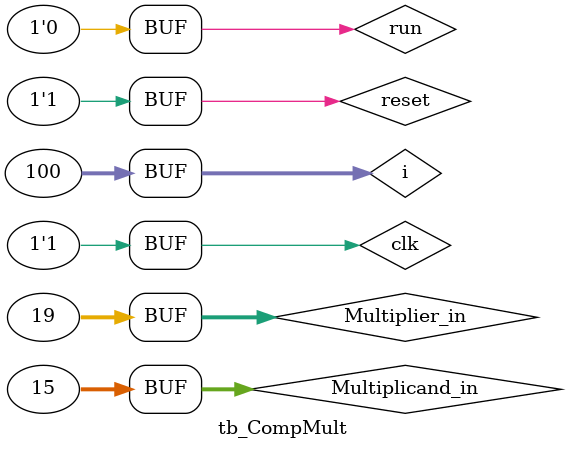
<source format=v>
`timescale 1ns/ 1ps
module tb_CompMult;
reg [31:0] Multiplicand_in;
reg [31:0] Multiplier_in;
reg run;
reg reset;
reg clk;


wire ready;
wire [63:0] Product_out;
// wire wrctrl;
// wire [31:0]Multiplicand_out;
// wire [63:0] Product_inA;
// wire [63:0]Product_in;
// wire [5:0]addctrl;
// wire strctrl;
// wire [31:0]counter;

CompMult cm(
    Multiplicand_in,
    Multiplier_in,
    run,
    reset,
    clk,
    ready,
    Product_out
    // Multiplicand_out
    // Product_inA
    // Product_in,
    // addctrl,
    // strctrl,
    // counter
);

integer i;
initial begin
    clk <= 0;
    reset <= 0;
    run <= 0;
    Multiplicand_in <= 0;
    Multiplier_in <= 0;

    #1
    clk = 1;

    // initial
    reset <= 1;
    run <= 0;
    Multiplicand_in <= 32'd15;
    Multiplier_in <= 32'd19;

    #1
    clk = 0;
    #1 
    clk = 1;

    reset <= 0;
    run <= 1;

    #1
    clk = 0;
    #1 
    clk = 1;

    run <= 0;

    for(i=0;i<100;i=i+1)begin
        #1
        clk = 0;
        #1 
        clk = 1;
    end

    reset <= 1;

    #1
    clk = 0;
    #1 
    clk = 1;


end

endmodule
</source>
